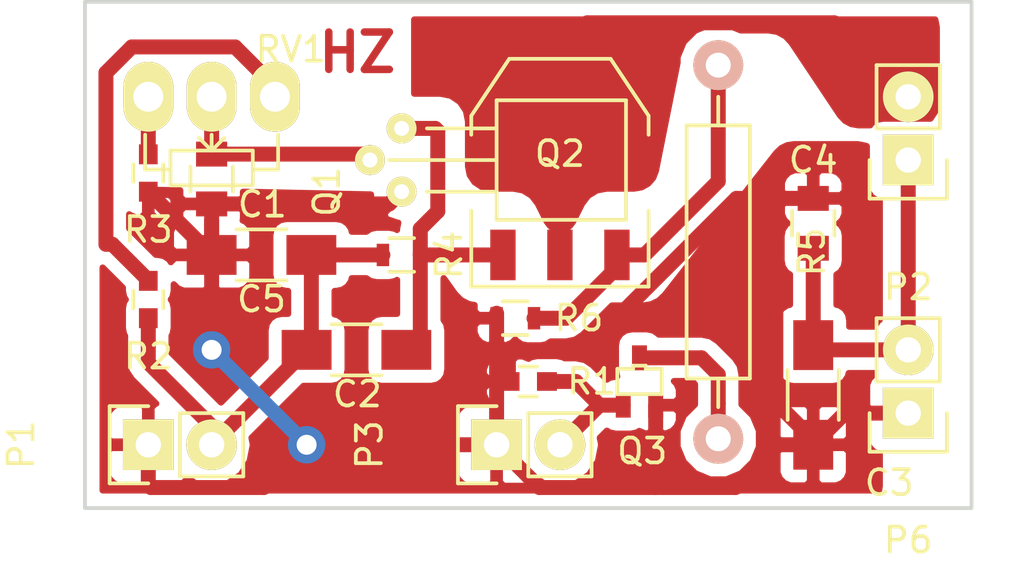
<source format=kicad_pcb>
(kicad_pcb (version 20160815) (host pcbnew "(2016-10-23 revision 4ee344e15)-master")

  (general
    (links 32)
    (no_connects 0)
    (area 62.154999 43.104999 97.865001 63.575001)
    (thickness 1.6)
    (drawings 5)
    (tracks 96)
    (zones 0)
    (modules 19)
    (nets 12)
  )

  (page A4)
  (layers
    (0 F.Cu signal)
    (31 B.Cu signal)
    (32 B.Adhes user)
    (33 F.Adhes user)
    (34 B.Paste user)
    (35 F.Paste user)
    (36 B.SilkS user)
    (37 F.SilkS user)
    (38 B.Mask user)
    (39 F.Mask user)
    (40 Dwgs.User user)
    (41 Cmts.User user)
    (42 Eco1.User user)
    (43 Eco2.User user)
    (44 Edge.Cuts user)
    (45 Margin user)
    (46 B.CrtYd user)
    (47 F.CrtYd user)
    (48 B.Fab user)
    (49 F.Fab user)
  )

  (setup
    (last_trace_width 0.6)
    (trace_clearance 0.3)
    (zone_clearance 0.508)
    (zone_45_only no)
    (trace_min 0.2)
    (segment_width 0.2)
    (edge_width 0.15)
    (via_size 1.5)
    (via_drill 0.8)
    (via_min_size 0.4)
    (via_min_drill 0.3)
    (uvia_size 0.3)
    (uvia_drill 0.1)
    (uvias_allowed no)
    (uvia_min_size 0.2)
    (uvia_min_drill 0.1)
    (pcb_text_width 0.3)
    (pcb_text_size 1.5 1.5)
    (mod_edge_width 0.15)
    (mod_text_size 1 1)
    (mod_text_width 0.15)
    (pad_size 1.2 1.2)
    (pad_drill 0.6)
    (pad_to_mask_clearance 0.2)
    (aux_axis_origin 0 0)
    (visible_elements FFFFFF7F)
    (pcbplotparams
      (layerselection 0x00000_7fffffff)
      (usegerberextensions false)
      (excludeedgelayer true)
      (linewidth 0.100000)
      (plotframeref false)
      (viasonmask false)
      (mode 1)
      (useauxorigin false)
      (hpglpennumber 1)
      (hpglpenspeed 20)
      (hpglpendiameter 15)
      (psnegative true)
      (psa4output false)
      (plotreference true)
      (plotvalue true)
      (plotinvisibletext false)
      (padsonsilk false)
      (subtractmaskfromsilk false)
      (outputformat 4)
      (mirror true)
      (drillshape 1)
      (scaleselection 1)
      (outputdirectory ""))
  )

  (net 0 "")
  (net 1 "Net-(C1-Pad1)")
  (net 2 GND)
  (net 3 +12V)
  (net 4 +5V)
  (net 5 "Net-(Q3-Pad3)")
  (net 6 "Net-(R2-Pad2)")
  (net 7 "Net-(R3-Pad1)")
  (net 8 "Net-(P3-Pad2)")
  (net 9 "Net-(C2-Pad2)")
  (net 10 "Net-(Q2-Pad3)")
  (net 11 /LaserOut)

  (net_class Default "This is the default net class."
    (clearance 0.3)
    (trace_width 0.6)
    (via_dia 1.5)
    (via_drill 0.8)
    (uvia_dia 0.3)
    (uvia_drill 0.1)
    (diff_pair_gap 0.25)
    (diff_pair_width 0.2)
    (add_net +12V)
    (add_net +5V)
    (add_net /LaserOut)
    (add_net GND)
    (add_net "Net-(C1-Pad1)")
    (add_net "Net-(C2-Pad2)")
    (add_net "Net-(P3-Pad2)")
    (add_net "Net-(Q2-Pad3)")
    (add_net "Net-(Q3-Pad3)")
    (add_net "Net-(R2-Pad2)")
    (add_net "Net-(R3-Pad1)")
  )

  (module Capacitors_SMD:C_0805 (layer F.Cu) (tedit 5415D6EA) (tstamp 5876B616)
    (at 67.31 50.292 270)
    (descr "Capacitor SMD 0805, reflow soldering, AVX (see smccp.pdf)")
    (tags "capacitor 0805")
    (path /5873124A)
    (attr smd)
    (fp_text reference C1 (at 1.016 -2.032) (layer F.SilkS)
      (effects (font (size 1 1) (thickness 0.15)))
    )
    (fp_text value 100n (at 0 2.1 270) (layer F.Fab)
      (effects (font (size 1 1) (thickness 0.15)))
    )
    (fp_line (start -1.8 -1) (end 1.8 -1) (layer F.CrtYd) (width 0.05))
    (fp_line (start -1.8 1) (end 1.8 1) (layer F.CrtYd) (width 0.05))
    (fp_line (start -1.8 -1) (end -1.8 1) (layer F.CrtYd) (width 0.05))
    (fp_line (start 1.8 -1) (end 1.8 1) (layer F.CrtYd) (width 0.05))
    (fp_line (start 0.5 -0.85) (end -0.5 -0.85) (layer F.SilkS) (width 0.15))
    (fp_line (start -0.5 0.85) (end 0.5 0.85) (layer F.SilkS) (width 0.15))
    (pad 1 smd rect (at -1 0 270) (size 1 1.25) (layers F.Cu F.Paste F.Mask)
      (net 1 "Net-(C1-Pad1)"))
    (pad 2 smd rect (at 1 0 270) (size 1 1.25) (layers F.Cu F.Paste F.Mask)
      (net 2 GND))
    (model Capacitors_SMD.3dshapes/C_0805.wrl
      (at (xyz 0 0 0))
      (scale (xyz 1 1 1))
      (rotate (xyz 0 0 0))
    )
  )

  (module Pin_Headers:Pin_Header_Straight_1x02 (layer F.Cu) (tedit 54EA090C) (tstamp 5876B633)
    (at 64.77 60.96 90)
    (descr "Through hole pin header")
    (tags "pin header")
    (path /5874081A)
    (fp_text reference P1 (at 0 -5.1 90) (layer F.SilkS)
      (effects (font (size 1 1) (thickness 0.15)))
    )
    (fp_text value 5V-in (at -3.81 1.27 180) (layer F.Fab)
      (effects (font (size 1 1) (thickness 0.15)))
    )
    (fp_line (start -1.27 3.81) (end 1.27 3.81) (layer F.SilkS) (width 0.15))
    (fp_line (start -1.27 1.27) (end -1.27 3.81) (layer F.SilkS) (width 0.15))
    (fp_line (start -1.55 -1.55) (end 1.55 -1.55) (layer F.SilkS) (width 0.15))
    (fp_line (start -1.55 0) (end -1.55 -1.55) (layer F.SilkS) (width 0.15))
    (fp_line (start 1.27 1.27) (end -1.27 1.27) (layer F.SilkS) (width 0.15))
    (fp_line (start -1.75 4.3) (end 1.75 4.3) (layer F.CrtYd) (width 0.05))
    (fp_line (start -1.75 -1.75) (end 1.75 -1.75) (layer F.CrtYd) (width 0.05))
    (fp_line (start 1.75 -1.75) (end 1.75 4.3) (layer F.CrtYd) (width 0.05))
    (fp_line (start -1.75 -1.75) (end -1.75 4.3) (layer F.CrtYd) (width 0.05))
    (fp_line (start 1.55 -1.55) (end 1.55 0) (layer F.SilkS) (width 0.15))
    (fp_line (start 1.27 1.27) (end 1.27 3.81) (layer F.SilkS) (width 0.15))
    (pad 2 thru_hole oval (at 0 2.54 90) (size 2.032 2.032) (drill 1.016) (layers *.Cu *.Mask F.SilkS)
      (net 4 +5V))
    (pad 1 thru_hole rect (at 0 0 90) (size 2.032 2.032) (drill 1.016) (layers *.Cu *.Mask F.SilkS)
      (net 2 GND))
    (model Pin_Headers.3dshapes/Pin_Header_Straight_1x02.wrl
      (at (xyz 0 -0.05 0))
      (scale (xyz 1 1 1))
      (rotate (xyz 0 0 90))
    )
  )

  (module Pin_Headers:Pin_Header_Straight_1x02 (layer F.Cu) (tedit 54EA090C) (tstamp 5876B644)
    (at 95.25 49.53 180)
    (descr "Through hole pin header")
    (tags "pin header")
    (path /58732D1D)
    (fp_text reference P2 (at 0 -5.1 180) (layer F.SilkS)
      (effects (font (size 1 1) (thickness 0.15)))
    )
    (fp_text value Laser (at -3.81 1.27 270) (layer F.Fab)
      (effects (font (size 1 1) (thickness 0.15)))
    )
    (fp_line (start 1.27 1.27) (end 1.27 3.81) (layer F.SilkS) (width 0.15))
    (fp_line (start 1.55 -1.55) (end 1.55 0) (layer F.SilkS) (width 0.15))
    (fp_line (start -1.75 -1.75) (end -1.75 4.3) (layer F.CrtYd) (width 0.05))
    (fp_line (start 1.75 -1.75) (end 1.75 4.3) (layer F.CrtYd) (width 0.05))
    (fp_line (start -1.75 -1.75) (end 1.75 -1.75) (layer F.CrtYd) (width 0.05))
    (fp_line (start -1.75 4.3) (end 1.75 4.3) (layer F.CrtYd) (width 0.05))
    (fp_line (start 1.27 1.27) (end -1.27 1.27) (layer F.SilkS) (width 0.15))
    (fp_line (start -1.55 0) (end -1.55 -1.55) (layer F.SilkS) (width 0.15))
    (fp_line (start -1.55 -1.55) (end 1.55 -1.55) (layer F.SilkS) (width 0.15))
    (fp_line (start -1.27 1.27) (end -1.27 3.81) (layer F.SilkS) (width 0.15))
    (fp_line (start -1.27 3.81) (end 1.27 3.81) (layer F.SilkS) (width 0.15))
    (pad 1 thru_hole rect (at 0 0 180) (size 2.032 2.032) (drill 1.016) (layers *.Cu *.Mask F.SilkS)
      (net 3 +12V))
    (pad 2 thru_hole oval (at 0 2.54 180) (size 2.032 2.032) (drill 1.016) (layers *.Cu *.Mask F.SilkS)
      (net 11 /LaserOut))
    (model Pin_Headers.3dshapes/Pin_Header_Straight_1x02.wrl
      (at (xyz 0 -0.05 0))
      (scale (xyz 1 1 1))
      (rotate (xyz 0 0 90))
    )
  )

  (module TO_SOT_Packages_SMD:SOT-323 (layer F.Cu) (tedit 0) (tstamp 5876B716)
    (at 84.47024 58.42 180)
    (tags "SMD SOT")
    (path /5873E738)
    (attr smd)
    (fp_text reference Q3 (at -0.11176 -2.794 180) (layer F.SilkS)
      (effects (font (size 1 1) (thickness 0.15)))
    )
    (fp_text value MTM232270 (at 0 0 180) (layer F.Fab)
      (effects (font (size 1 1) (thickness 0.15)))
    )
    (fp_line (start 0.254 0.508) (end 0.889 0.508) (layer F.SilkS) (width 0.15))
    (fp_line (start 0.889 0.508) (end 0.889 -0.508) (layer F.SilkS) (width 0.15))
    (fp_line (start -0.889 -0.508) (end -0.889 0.508) (layer F.SilkS) (width 0.15))
    (fp_line (start -0.889 0.508) (end -0.254 0.508) (layer F.SilkS) (width 0.15))
    (fp_line (start 0.254 0.635) (end 0.254 0.508) (layer F.SilkS) (width 0.15))
    (fp_line (start -0.254 0.508) (end -0.254 0.635) (layer F.SilkS) (width 0.15))
    (fp_line (start 0.889 -0.508) (end -0.889 -0.508) (layer F.SilkS) (width 0.15))
    (fp_line (start -0.254 0.635) (end 0.254 0.635) (layer F.SilkS) (width 0.15))
    (pad 2 smd rect (at -0.65024 -0.94996 180) (size 0.59944 1.00076) (layers F.Cu F.Paste F.Mask)
      (net 2 GND))
    (pad 1 smd rect (at 0.65024 -0.94996 180) (size 0.59944 1.00076) (layers F.Cu F.Paste F.Mask)
      (net 8 "Net-(P3-Pad2)"))
    (pad 3 smd rect (at 0 0.94996 180) (size 0.59944 1.00076) (layers F.Cu F.Paste F.Mask)
      (net 5 "Net-(Q3-Pad3)"))
    (model TO_SOT_Packages_SMD.3dshapes/SOT-323.wrl
      (at (xyz 0 0 0.001))
      (scale (xyz 0.3937 0.3937 0.3937))
      (rotate (xyz 0 0 0))
    )
  )

  (module Capacitors_SMD:C_0603 (layer F.Cu) (tedit 5415D631) (tstamp 5876B732)
    (at 64.77 55.13 90)
    (descr "Capacitor SMD 0603, reflow soldering, AVX (see smccp.pdf)")
    (tags "capacitor 0603")
    (path /5873110F)
    (attr smd)
    (fp_text reference R2 (at -2.274 0 180) (layer F.SilkS)
      (effects (font (size 1 1) (thickness 0.15)))
    )
    (fp_text value R (at -0.496 1.524 90) (layer F.Fab)
      (effects (font (size 1 1) (thickness 0.15)))
    )
    (fp_line (start -1.45 -0.75) (end 1.45 -0.75) (layer F.CrtYd) (width 0.05))
    (fp_line (start -1.45 0.75) (end 1.45 0.75) (layer F.CrtYd) (width 0.05))
    (fp_line (start -1.45 -0.75) (end -1.45 0.75) (layer F.CrtYd) (width 0.05))
    (fp_line (start 1.45 -0.75) (end 1.45 0.75) (layer F.CrtYd) (width 0.05))
    (fp_line (start -0.35 -0.6) (end 0.35 -0.6) (layer F.SilkS) (width 0.15))
    (fp_line (start 0.35 0.6) (end -0.35 0.6) (layer F.SilkS) (width 0.15))
    (pad 1 smd rect (at -0.75 0 90) (size 0.8 0.75) (layers F.Cu F.Paste F.Mask)
      (net 4 +5V))
    (pad 2 smd rect (at 0.75 0 90) (size 0.8 0.75) (layers F.Cu F.Paste F.Mask)
      (net 6 "Net-(R2-Pad2)"))
    (model Capacitors_SMD.3dshapes/C_0603.wrl
      (at (xyz 0 0 0))
      (scale (xyz 1 1 1))
      (rotate (xyz 0 0 0))
    )
  )

  (module Capacitors_SMD:C_0603 (layer F.Cu) (tedit 5415D631) (tstamp 5876B73E)
    (at 64.77 50.05 270)
    (descr "Capacitor SMD 0603, reflow soldering, AVX (see smccp.pdf)")
    (tags "capacitor 0603")
    (path /587310D6)
    (attr smd)
    (fp_text reference R3 (at 2.274 0) (layer F.SilkS)
      (effects (font (size 1 1) (thickness 0.15)))
    )
    (fp_text value R (at 0 1.9 270) (layer F.Fab)
      (effects (font (size 1 1) (thickness 0.15)))
    )
    (fp_line (start 0.35 0.6) (end -0.35 0.6) (layer F.SilkS) (width 0.15))
    (fp_line (start -0.35 -0.6) (end 0.35 -0.6) (layer F.SilkS) (width 0.15))
    (fp_line (start 1.45 -0.75) (end 1.45 0.75) (layer F.CrtYd) (width 0.05))
    (fp_line (start -1.45 -0.75) (end -1.45 0.75) (layer F.CrtYd) (width 0.05))
    (fp_line (start -1.45 0.75) (end 1.45 0.75) (layer F.CrtYd) (width 0.05))
    (fp_line (start -1.45 -0.75) (end 1.45 -0.75) (layer F.CrtYd) (width 0.05))
    (pad 2 smd rect (at 0.75 0 270) (size 0.8 0.75) (layers F.Cu F.Paste F.Mask)
      (net 2 GND))
    (pad 1 smd rect (at -0.75 0 270) (size 0.8 0.75) (layers F.Cu F.Paste F.Mask)
      (net 7 "Net-(R3-Pad1)"))
    (model Capacitors_SMD.3dshapes/C_0603.wrl
      (at (xyz 0 0 0))
      (scale (xyz 1 1 1))
      (rotate (xyz 0 0 0))
    )
  )

  (module Resistors_SMD:R_0603 (layer F.Cu) (tedit 5415CC62) (tstamp 5876B74A)
    (at 74.93 53.34)
    (descr "Resistor SMD 0603, reflow soldering, Vishay (see dcrcw.pdf)")
    (tags "resistor 0603")
    (path /587312B7)
    (attr smd)
    (fp_text reference R4 (at 1.905 0 90) (layer F.SilkS)
      (effects (font (size 1 1) (thickness 0.15)))
    )
    (fp_text value 100 (at 0 1.9) (layer F.Fab)
      (effects (font (size 1 1) (thickness 0.15)))
    )
    (fp_line (start -1.3 -0.8) (end 1.3 -0.8) (layer F.CrtYd) (width 0.05))
    (fp_line (start -1.3 0.8) (end 1.3 0.8) (layer F.CrtYd) (width 0.05))
    (fp_line (start -1.3 -0.8) (end -1.3 0.8) (layer F.CrtYd) (width 0.05))
    (fp_line (start 1.3 -0.8) (end 1.3 0.8) (layer F.CrtYd) (width 0.05))
    (fp_line (start 0.5 0.675) (end -0.5 0.675) (layer F.SilkS) (width 0.15))
    (fp_line (start -0.5 -0.675) (end 0.5 -0.675) (layer F.SilkS) (width 0.15))
    (pad 1 smd rect (at -0.75 0) (size 0.5 0.9) (layers F.Cu F.Paste F.Mask)
      (net 4 +5V))
    (pad 2 smd rect (at 0.75 0) (size 0.5 0.9) (layers F.Cu F.Paste F.Mask)
      (net 9 "Net-(C2-Pad2)"))
    (model Resistors_SMD.3dshapes/R_0603.wrl
      (at (xyz 0 0 0))
      (scale (xyz 1 1 1))
      (rotate (xyz 0 0 0))
    )
  )

  (module Resistors_ThroughHole:Resistor_Horizontal_RM15mm (layer F.Cu) (tedit 569FCEE8) (tstamp 5876B75A)
    (at 87.63 45.72 270)
    (descr "Resistor, Axial, RM 15mm,")
    (tags "Resistor Axial RM 15mm")
    (path /58731CFB)
    (fp_text reference R5 (at 7.5 -3.74904 270) (layer F.SilkS)
      (effects (font (size 1 1) (thickness 0.15)))
    )
    (fp_text value 4R7 (at 7.5 4.0005 270) (layer F.Fab)
      (effects (font (size 1 1) (thickness 0.15)))
    )
    (fp_line (start -1.25 1.5) (end -1.25 -1.5) (layer F.CrtYd) (width 0.05))
    (fp_line (start -1.25 -1.5) (end 16.25 -1.5) (layer F.CrtYd) (width 0.05))
    (fp_line (start 16.25 -1.5) (end 16.25 1.5) (layer F.CrtYd) (width 0.05))
    (fp_line (start 16.25 1.5) (end -1.25 1.5) (layer F.CrtYd) (width 0.05))
    (fp_line (start 2.42 -1.27) (end 2.42 1.27) (layer F.SilkS) (width 0.15))
    (fp_line (start 2.42 1.27) (end 12.58 1.27) (layer F.SilkS) (width 0.15))
    (fp_line (start 12.58 1.27) (end 12.58 -1.27) (layer F.SilkS) (width 0.15))
    (fp_line (start 12.58 -1.27) (end 2.42 -1.27) (layer F.SilkS) (width 0.15))
    (fp_line (start 13.73 0) (end 12.58 0) (layer F.SilkS) (width 0.15))
    (fp_line (start 1.27 0) (end 2.42 0) (layer F.SilkS) (width 0.15))
    (pad 1 thru_hole circle (at 0 0 270) (size 1.99898 1.99898) (drill 1.00076) (layers *.Cu *.SilkS *.Mask)
      (net 10 "Net-(Q2-Pad3)"))
    (pad 2 thru_hole circle (at 15 0 270) (size 1.99898 1.99898) (drill 1.00076) (layers *.Cu *.SilkS *.Mask)
      (net 5 "Net-(Q3-Pad3)"))
    (model Resistors_ThroughHole.3dshapes/Resistor_Horizontal_RM15mm.wrl
      (at (xyz 0.295 0 0))
      (scale (xyz 0.395 0.4 0.4))
      (rotate (xyz 0 0 0))
    )
  )

  (module Potentiometers:Potentiometer_WirePads_Small (layer F.Cu) (tedit 5875CB59) (tstamp 5876B77C)
    (at 69.85 46.99 270)
    (descr "Potentiometer, Wire Pads only, small, RevA, 02 Aug 2010,")
    (tags "Potentiometer, Wire Pads only, small, RevA, 02 Aug 2010,")
    (path /58731088)
    (fp_text reference RV1 (at -1.905 -0.635) (layer F.SilkS)
      (effects (font (size 1 1) (thickness 0.15)))
    )
    (fp_text value POT (at -2.54 2.54) (layer F.Fab)
      (effects (font (size 1 1) (thickness 0.15)))
    )
    (fp_line (start 2.921 4.191) (end 2.921 5.207) (layer F.SilkS) (width 0.15))
    (fp_line (start 2.921 5.207) (end 1.524 5.207) (layer F.SilkS) (width 0.15))
    (fp_line (start 2.921 0.889) (end 2.921 -0.127) (layer F.SilkS) (width 0.15))
    (fp_line (start 2.921 -0.127) (end 1.524 -0.127) (layer F.SilkS) (width 0.15))
    (fp_line (start 2.159 2.54) (end 1.524 2.54) (layer F.SilkS) (width 0.15))
    (fp_line (start 2.159 2.54) (end 1.651 3.048) (layer F.SilkS) (width 0.15))
    (fp_line (start 2.159 2.54) (end 1.651 2.032) (layer F.SilkS) (width 0.15))
    (fp_line (start 2.159 0.889) (end 3.556 0.889) (layer F.SilkS) (width 0.15))
    (fp_line (start 3.556 0.889) (end 3.556 4.191) (layer F.SilkS) (width 0.15))
    (fp_line (start 3.556 4.191) (end 2.159 4.191) (layer F.SilkS) (width 0.15))
    (fp_line (start 2.159 4.191) (end 2.159 0.889) (layer F.SilkS) (width 0.15))
    (pad 2 thru_hole oval (at 0 2.54 270) (size 2.8 1.99898) (drill 1.19888) (layers *.Cu *.Mask F.SilkS)
      (net 1 "Net-(C1-Pad1)"))
    (pad 3 thru_hole oval (at 0 5.08 270) (size 2.8 1.99898) (drill 1.19888) (layers *.Cu *.Mask F.SilkS)
      (net 7 "Net-(R3-Pad1)"))
    (pad 1 thru_hole oval (at 0 0 270) (size 2.8 1.99898) (drill 1.19888) (layers *.Cu *.Mask F.SilkS)
      (net 6 "Net-(R2-Pad2)"))
  )

  (module Pin_Headers:Pin_Header_Straight_1x02 (layer F.Cu) (tedit 54EA090C) (tstamp 5876F6E3)
    (at 78.74 60.96 90)
    (descr "Through hole pin header")
    (tags "pin header")
    (path /5875D2D5)
    (fp_text reference P3 (at 0 -5.1 90) (layer F.SilkS)
      (effects (font (size 1 1) (thickness 0.15)))
    )
    (fp_text value DATA (at 0 -3.1 90) (layer F.Fab)
      (effects (font (size 1 1) (thickness 0.15)))
    )
    (fp_line (start 1.27 1.27) (end 1.27 3.81) (layer F.SilkS) (width 0.15))
    (fp_line (start 1.55 -1.55) (end 1.55 0) (layer F.SilkS) (width 0.15))
    (fp_line (start -1.75 -1.75) (end -1.75 4.3) (layer F.CrtYd) (width 0.05))
    (fp_line (start 1.75 -1.75) (end 1.75 4.3) (layer F.CrtYd) (width 0.05))
    (fp_line (start -1.75 -1.75) (end 1.75 -1.75) (layer F.CrtYd) (width 0.05))
    (fp_line (start -1.75 4.3) (end 1.75 4.3) (layer F.CrtYd) (width 0.05))
    (fp_line (start 1.27 1.27) (end -1.27 1.27) (layer F.SilkS) (width 0.15))
    (fp_line (start -1.55 0) (end -1.55 -1.55) (layer F.SilkS) (width 0.15))
    (fp_line (start -1.55 -1.55) (end 1.55 -1.55) (layer F.SilkS) (width 0.15))
    (fp_line (start -1.27 1.27) (end -1.27 3.81) (layer F.SilkS) (width 0.15))
    (fp_line (start -1.27 3.81) (end 1.27 3.81) (layer F.SilkS) (width 0.15))
    (pad 1 thru_hole rect (at 0 0 90) (size 2.032 2.032) (drill 1.016) (layers *.Cu *.Mask F.SilkS)
      (net 2 GND))
    (pad 2 thru_hole oval (at 0 2.54 90) (size 2.032 2.032) (drill 1.016) (layers *.Cu *.Mask F.SilkS)
      (net 8 "Net-(P3-Pad2)"))
    (model Pin_Headers.3dshapes/Pin_Header_Straight_1x02.wrl
      (at (xyz 0 -0.05 0))
      (scale (xyz 1 1 1))
      (rotate (xyz 0 0 90))
    )
  )

  (module Pin_Headers:Pin_Header_Straight_1x02 (layer F.Cu) (tedit 54EA090C) (tstamp 5876F6F4)
    (at 95.25 59.69 180)
    (descr "Through hole pin header")
    (tags "pin header")
    (path /5874032A)
    (fp_text reference P6 (at 0 -5.1 180) (layer F.SilkS)
      (effects (font (size 1 1) (thickness 0.15)))
    )
    (fp_text value 12V-in (at -3.81 1.27 270) (layer F.Fab)
      (effects (font (size 1 1) (thickness 0.15)))
    )
    (fp_line (start 1.27 1.27) (end 1.27 3.81) (layer F.SilkS) (width 0.15))
    (fp_line (start 1.55 -1.55) (end 1.55 0) (layer F.SilkS) (width 0.15))
    (fp_line (start -1.75 -1.75) (end -1.75 4.3) (layer F.CrtYd) (width 0.05))
    (fp_line (start 1.75 -1.75) (end 1.75 4.3) (layer F.CrtYd) (width 0.05))
    (fp_line (start -1.75 -1.75) (end 1.75 -1.75) (layer F.CrtYd) (width 0.05))
    (fp_line (start -1.75 4.3) (end 1.75 4.3) (layer F.CrtYd) (width 0.05))
    (fp_line (start 1.27 1.27) (end -1.27 1.27) (layer F.SilkS) (width 0.15))
    (fp_line (start -1.55 0) (end -1.55 -1.55) (layer F.SilkS) (width 0.15))
    (fp_line (start -1.55 -1.55) (end 1.55 -1.55) (layer F.SilkS) (width 0.15))
    (fp_line (start -1.27 1.27) (end -1.27 3.81) (layer F.SilkS) (width 0.15))
    (fp_line (start -1.27 3.81) (end 1.27 3.81) (layer F.SilkS) (width 0.15))
    (pad 1 thru_hole rect (at 0 0 180) (size 2.032 2.032) (drill 1.016) (layers *.Cu *.Mask F.SilkS)
      (net 2 GND))
    (pad 2 thru_hole oval (at 0 2.54 180) (size 2.032 2.032) (drill 1.016) (layers *.Cu *.Mask F.SilkS)
      (net 3 +12V))
    (model Pin_Headers.3dshapes/Pin_Header_Straight_1x02.wrl
      (at (xyz 0 -0.05 0))
      (scale (xyz 1 1 1))
      (rotate (xyz 0 0 90))
    )
  )

  (module TO_SOT_Packages_SMD:SOT-223 (layer F.Cu) (tedit 5875A35B) (tstamp 5876F706)
    (at 81.28 50.038)
    (descr "module CMS SOT223 4 pins")
    (tags "CMS SOT")
    (path /5875A9E6)
    (attr smd)
    (fp_text reference Q2 (at 0 -0.762) (layer F.SilkS)
      (effects (font (size 1 1) (thickness 0.15)))
    )
    (fp_text value BCP5616Q (at 0 -5.588 180) (layer F.Fab)
      (effects (font (size 1 1) (thickness 0.15)))
    )
    (fp_line (start -3.556 1.524) (end -3.556 4.572) (layer F.SilkS) (width 0.15))
    (fp_line (start -3.556 4.572) (end 3.556 4.572) (layer F.SilkS) (width 0.15))
    (fp_line (start 3.556 4.572) (end 3.556 1.524) (layer F.SilkS) (width 0.15))
    (fp_line (start -3.556 -1.524) (end -3.556 -2.286) (layer F.SilkS) (width 0.15))
    (fp_line (start -3.556 -2.286) (end -2.032 -4.572) (layer F.SilkS) (width 0.15))
    (fp_line (start -2.032 -4.572) (end 2.032 -4.572) (layer F.SilkS) (width 0.15))
    (fp_line (start 2.032 -4.572) (end 3.556 -2.286) (layer F.SilkS) (width 0.15))
    (fp_line (start 3.556 -2.286) (end 3.556 -1.524) (layer F.SilkS) (width 0.15))
    (pad 2 smd rect (at 0 -3.302) (size 3.6576 2.032) (layers F.Cu F.Paste F.Mask)
      (net 11 /LaserOut))
    (pad 2 smd rect (at 0 3.302) (size 1.016 2.032) (layers F.Cu F.Paste F.Mask)
      (net 11 /LaserOut))
    (pad 3 smd rect (at 2.286 3.302) (size 1.016 2.032) (layers F.Cu F.Paste F.Mask)
      (net 10 "Net-(Q2-Pad3)"))
    (pad 1 smd rect (at -2.286 3.302) (size 1.016 2.032) (layers F.Cu F.Paste F.Mask)
      (net 9 "Net-(C2-Pad2)"))
    (model TO_SOT_Packages_SMD.3dshapes/SOT-223.wrl
      (at (xyz 0 0 0))
      (scale (xyz 0.4 0.4 0.4))
      (rotate (xyz 0 0 0))
    )
  )

  (module Capacitors_SMD:C_1206_HandSoldering (layer F.Cu) (tedit 541A9C03) (tstamp 58776ED3)
    (at 73.12 57.15)
    (descr "Capacitor SMD 1206, hand soldering")
    (tags "capacitor 1206")
    (path /587316D5)
    (attr smd)
    (fp_text reference C2 (at 0.032 1.778) (layer F.SilkS)
      (effects (font (size 1 1) (thickness 0.15)))
    )
    (fp_text value 10u (at 0 2.3) (layer F.Fab)
      (effects (font (size 1 1) (thickness 0.15)))
    )
    (fp_line (start -3.3 -1.15) (end 3.3 -1.15) (layer F.CrtYd) (width 0.05))
    (fp_line (start -3.3 1.15) (end 3.3 1.15) (layer F.CrtYd) (width 0.05))
    (fp_line (start -3.3 -1.15) (end -3.3 1.15) (layer F.CrtYd) (width 0.05))
    (fp_line (start 3.3 -1.15) (end 3.3 1.15) (layer F.CrtYd) (width 0.05))
    (fp_line (start 1 -1.025) (end -1 -1.025) (layer F.SilkS) (width 0.15))
    (fp_line (start -1 1.025) (end 1 1.025) (layer F.SilkS) (width 0.15))
    (pad 1 smd rect (at -2 0) (size 2 1.6) (layers F.Cu F.Paste F.Mask)
      (net 4 +5V))
    (pad 2 smd rect (at 2 0) (size 2 1.6) (layers F.Cu F.Paste F.Mask)
      (net 9 "Net-(C2-Pad2)"))
    (model Capacitors_SMD.3dshapes/C_1206_HandSoldering.wrl
      (at (xyz 0 0 0))
      (scale (xyz 1 1 1))
      (rotate (xyz 0 0 0))
    )
  )

  (module Capacitors_SMD:C_1206_HandSoldering (layer F.Cu) (tedit 541A9C03) (tstamp 58776EE9)
    (at 91.44 58.96 270)
    (descr "Capacitor SMD 1206, hand soldering")
    (tags "capacitor 1206")
    (path /5875BF49)
    (attr smd)
    (fp_text reference C3 (at 3.524 -3.048 180) (layer F.SilkS)
      (effects (font (size 1 1) (thickness 0.15)))
    )
    (fp_text value 10u (at 0 2.3 270) (layer F.Fab)
      (effects (font (size 1 1) (thickness 0.15)))
    )
    (fp_line (start -1 1.025) (end 1 1.025) (layer F.SilkS) (width 0.15))
    (fp_line (start 1 -1.025) (end -1 -1.025) (layer F.SilkS) (width 0.15))
    (fp_line (start 3.3 -1.15) (end 3.3 1.15) (layer F.CrtYd) (width 0.05))
    (fp_line (start -3.3 -1.15) (end -3.3 1.15) (layer F.CrtYd) (width 0.05))
    (fp_line (start -3.3 1.15) (end 3.3 1.15) (layer F.CrtYd) (width 0.05))
    (fp_line (start -3.3 -1.15) (end 3.3 -1.15) (layer F.CrtYd) (width 0.05))
    (pad 2 smd rect (at 2 0 270) (size 2 1.6) (layers F.Cu F.Paste F.Mask)
      (net 2 GND))
    (pad 1 smd rect (at -2 0 270) (size 2 1.6) (layers F.Cu F.Paste F.Mask)
      (net 3 +12V))
    (model Capacitors_SMD.3dshapes/C_1206_HandSoldering.wrl
      (at (xyz 0 0 0))
      (scale (xyz 1 1 1))
      (rotate (xyz 0 0 0))
    )
  )

  (module Capacitors_SMD:C_0805 (layer F.Cu) (tedit 5415D6EA) (tstamp 58776EF5)
    (at 91.44 52.07 90)
    (descr "Capacitor SMD 0805, reflow soldering, AVX (see smccp.pdf)")
    (tags "capacitor 0805")
    (path /5875BF9B)
    (attr smd)
    (fp_text reference C4 (at 2.54 0 180) (layer F.SilkS)
      (effects (font (size 1 1) (thickness 0.15)))
    )
    (fp_text value 100n (at 0 2.1 90) (layer F.Fab)
      (effects (font (size 1 1) (thickness 0.15)))
    )
    (fp_line (start -1.8 -1) (end 1.8 -1) (layer F.CrtYd) (width 0.05))
    (fp_line (start -1.8 1) (end 1.8 1) (layer F.CrtYd) (width 0.05))
    (fp_line (start -1.8 -1) (end -1.8 1) (layer F.CrtYd) (width 0.05))
    (fp_line (start 1.8 -1) (end 1.8 1) (layer F.CrtYd) (width 0.05))
    (fp_line (start 0.5 -0.85) (end -0.5 -0.85) (layer F.SilkS) (width 0.15))
    (fp_line (start -0.5 0.85) (end 0.5 0.85) (layer F.SilkS) (width 0.15))
    (pad 1 smd rect (at -1 0 90) (size 1 1.25) (layers F.Cu F.Paste F.Mask)
      (net 3 +12V))
    (pad 2 smd rect (at 1 0 90) (size 1 1.25) (layers F.Cu F.Paste F.Mask)
      (net 2 GND))
    (model Capacitors_SMD.3dshapes/C_0805.wrl
      (at (xyz 0 0 0))
      (scale (xyz 1 1 1))
      (rotate (xyz 0 0 0))
    )
  )

  (module Capacitors_SMD:C_1206_HandSoldering (layer F.Cu) (tedit 541A9C03) (tstamp 58776F01)
    (at 69.31 53.34 180)
    (descr "Capacitor SMD 1206, hand soldering")
    (tags "capacitor 1206")
    (path /5875CAD8)
    (attr smd)
    (fp_text reference C5 (at 0 -1.778) (layer F.SilkS)
      (effects (font (size 1 1) (thickness 0.15)))
    )
    (fp_text value 10u (at 0 2.3 180) (layer F.Fab)
      (effects (font (size 1 1) (thickness 0.15)))
    )
    (fp_line (start -3.3 -1.15) (end 3.3 -1.15) (layer F.CrtYd) (width 0.05))
    (fp_line (start -3.3 1.15) (end 3.3 1.15) (layer F.CrtYd) (width 0.05))
    (fp_line (start -3.3 -1.15) (end -3.3 1.15) (layer F.CrtYd) (width 0.05))
    (fp_line (start 3.3 -1.15) (end 3.3 1.15) (layer F.CrtYd) (width 0.05))
    (fp_line (start 1 -1.025) (end -1 -1.025) (layer F.SilkS) (width 0.15))
    (fp_line (start -1 1.025) (end 1 1.025) (layer F.SilkS) (width 0.15))
    (pad 1 smd rect (at -2 0 180) (size 2 1.6) (layers F.Cu F.Paste F.Mask)
      (net 4 +5V))
    (pad 2 smd rect (at 2 0 180) (size 2 1.6) (layers F.Cu F.Paste F.Mask)
      (net 2 GND))
    (model Capacitors_SMD.3dshapes/C_1206_HandSoldering.wrl
      (at (xyz 0 0 0))
      (scale (xyz 1 1 1))
      (rotate (xyz 0 0 0))
    )
  )

  (module Resistors_SMD:R_0603 (layer F.Cu) (tedit 5415CC62) (tstamp 587776E7)
    (at 79.49 55.88 180)
    (descr "Resistor SMD 0603, reflow soldering, Vishay (see dcrcw.pdf)")
    (tags "resistor 0603")
    (path /58731D7E)
    (attr smd)
    (fp_text reference R6 (at -2.552 0 180) (layer F.SilkS)
      (effects (font (size 1 1) (thickness 0.15)))
    )
    (fp_text value 470 (at 0 1.9 180) (layer F.Fab)
      (effects (font (size 1 1) (thickness 0.15)))
    )
    (fp_line (start -1.3 -0.8) (end 1.3 -0.8) (layer F.CrtYd) (width 0.05))
    (fp_line (start -1.3 0.8) (end 1.3 0.8) (layer F.CrtYd) (width 0.05))
    (fp_line (start -1.3 -0.8) (end -1.3 0.8) (layer F.CrtYd) (width 0.05))
    (fp_line (start 1.3 -0.8) (end 1.3 0.8) (layer F.CrtYd) (width 0.05))
    (fp_line (start 0.5 0.675) (end -0.5 0.675) (layer F.SilkS) (width 0.15))
    (fp_line (start -0.5 -0.675) (end 0.5 -0.675) (layer F.SilkS) (width 0.15))
    (pad 1 smd rect (at -0.75 0 180) (size 0.5 0.9) (layers F.Cu F.Paste F.Mask)
      (net 10 "Net-(Q2-Pad3)"))
    (pad 2 smd rect (at 0.75 0 180) (size 0.5 0.9) (layers F.Cu F.Paste F.Mask)
      (net 2 GND))
    (model Resistors_SMD.3dshapes/R_0603.wrl
      (at (xyz 0 0 0))
      (scale (xyz 1 1 1))
      (rotate (xyz 0 0 0))
    )
  )

  (module Capacitors_SMD:C_0603 (layer F.Cu) (tedit 5415D631) (tstamp 5875C797)
    (at 80.01 58.42)
    (descr "Capacitor SMD 0603, reflow soldering, AVX (see smccp.pdf)")
    (tags "capacitor 0603")
    (path /5875CDC6)
    (attr smd)
    (fp_text reference R1 (at 2.54 0) (layer F.SilkS)
      (effects (font (size 1 1) (thickness 0.15)))
    )
    (fp_text value 100k (at 0 1.9) (layer F.Fab)
      (effects (font (size 1 1) (thickness 0.15)))
    )
    (fp_line (start -1.45 -0.75) (end 1.45 -0.75) (layer F.CrtYd) (width 0.05))
    (fp_line (start -1.45 0.75) (end 1.45 0.75) (layer F.CrtYd) (width 0.05))
    (fp_line (start -1.45 -0.75) (end -1.45 0.75) (layer F.CrtYd) (width 0.05))
    (fp_line (start 1.45 -0.75) (end 1.45 0.75) (layer F.CrtYd) (width 0.05))
    (fp_line (start -0.35 -0.6) (end 0.35 -0.6) (layer F.SilkS) (width 0.15))
    (fp_line (start 0.35 0.6) (end -0.35 0.6) (layer F.SilkS) (width 0.15))
    (pad 1 smd rect (at -0.75 0) (size 0.8 0.75) (layers F.Cu F.Paste F.Mask)
      (net 2 GND))
    (pad 2 smd rect (at 0.75 0) (size 0.8 0.75) (layers F.Cu F.Paste F.Mask)
      (net 8 "Net-(P3-Pad2)"))
    (model Capacitors_SMD.3dshapes/C_0603.wrl
      (at (xyz 0 0 0))
      (scale (xyz 1 1 1))
      (rotate (xyz 0 0 0))
    )
  )

  (module TO_SOT_Packages_THT:TO-92_Horizontal1_Molded_Narrow (layer F.Cu) (tedit 58766364) (tstamp 587677EB)
    (at 74.93 50.8 90)
    (descr "TO-92 horizontal, leads molded, narrow, drill 0.6mm (see NXP sot054_po.pdf)")
    (tags "to-92 sc-43 sc-43a sot54 PA33 transistor")
    (path /5875AB43)
    (fp_text reference Q1 (at 0 -3 90) (layer F.SilkS)
      (effects (font (size 1 1) (thickness 0.15)))
    )
    (fp_text value BC309 (at 0 11 270) (layer F.Fab)
      (effects (font (size 1 1) (thickness 0.15)))
    )
    (fp_line (start 0 1.016) (end 0 3.81) (layer F.SilkS) (width 0.15))
    (fp_line (start 1.27 -0.5) (end 1.27 3.81) (layer F.SilkS) (width 0.15))
    (fp_line (start 2.54 1.016) (end 2.54 3.81) (layer F.SilkS) (width 0.15))
    (fp_line (start -1.13 3.81) (end 3.67 3.81) (layer F.SilkS) (width 0.15))
    (fp_line (start 3.67 3.81) (end 3.67 9) (layer F.SilkS) (width 0.15))
    (fp_line (start 3.67 9) (end -1.13 9) (layer F.SilkS) (width 0.15))
    (fp_line (start -1.13 9) (end -1.13 3.81) (layer F.SilkS) (width 0.15))
    (fp_line (start -1.4 9.25) (end -1.4 -2.05) (layer F.CrtYd) (width 0.05))
    (fp_line (start -1.4 9.25) (end 3.95 9.25) (layer F.CrtYd) (width 0.05))
    (fp_line (start 3.95 9.25) (end 3.95 -2.05) (layer F.CrtYd) (width 0.05))
    (fp_line (start -1.4 -2.05) (end 3.95 -2.05) (layer F.CrtYd) (width 0.05))
    (pad 2 thru_hole circle (at 1.27 -1.27 180) (size 1.2 1.2) (drill 0.6) (layers *.Cu *.Mask F.SilkS)
      (net 1 "Net-(C1-Pad1)"))
    (pad 3 thru_hole circle (at 2.54 0 180) (size 1.2 1.2) (drill 0.6) (layers *.Cu *.Mask F.SilkS)
      (net 9 "Net-(C2-Pad2)"))
    (pad 1 thru_hole circle (at 0 0 180) (size 1.2 1.2) (drill 0.6) (layers *.Cu *.Mask F.SilkS)
      (net 2 GND))
    (model TO_SOT_Packages_THT.3dshapes/TO-92_Horizontal1_Molded_Narrow.wrl
      (at (xyz 0.05 0 0))
      (scale (xyz 1 1 1))
      (rotate (xyz 0 0 -90))
    )
  )

  (gr_text HZ (at 73.152 45.212) (layer F.Cu)
    (effects (font (size 1.5 1.5) (thickness 0.3)))
  )
  (gr_line (start 97.79 63.5) (end 97.79 43.18) (layer Edge.Cuts) (width 0.15))
  (gr_line (start 62.23 63.5) (end 97.79 63.5) (layer Edge.Cuts) (width 0.15))
  (gr_line (start 62.23 43.18) (end 62.23 63.5) (layer Edge.Cuts) (width 0.15))
  (gr_line (start 97.79 43.18) (end 62.23 43.18) (layer Edge.Cuts) (width 0.15))

  (segment (start 67.31 49.292) (end 73.422 49.292) (width 0.6) (layer F.Cu) (net 1))
  (segment (start 73.422 49.292) (end 73.66 49.53) (width 0.6) (layer F.Cu) (net 1))
  (segment (start 67.31 46.99) (end 67.31 49.292) (width 0.6) (layer F.Cu) (net 1))
  (segment (start 67.31 46.99) (end 67.31 47.39051) (width 0.6) (layer F.Cu) (net 1))
  (segment (start 67.31 51.292) (end 74.438 51.292) (width 0.6) (layer F.Cu) (net 2))
  (segment (start 74.438 51.292) (end 74.93 50.8) (width 0.6) (layer F.Cu) (net 2))
  (segment (start 67.31 53.34) (end 67.31 51.292) (width 0.6) (layer F.Cu) (net 2))
  (segment (start 67.31 51.94) (end 67.31 53.34) (width 0.6) (layer F.Cu) (net 2))
  (segment (start 78.74 57.15) (end 78.74 58.42) (width 0.6) (layer F.Cu) (net 2))
  (segment (start 78.74 58.42) (end 78.74 60.96) (width 0.6) (layer F.Cu) (net 2))
  (segment (start 79.26 58.42) (end 78.74 58.42) (width 0.6) (layer F.Cu) (net 2))
  (segment (start 64.77 60.96) (end 64.77 62.576) (width 0.6) (layer F.Cu) (net 2))
  (segment (start 64.77 62.576) (end 64.870001 62.676001) (width 0.6) (layer F.Cu) (net 2))
  (segment (start 64.870001 62.676001) (end 69.403999 62.676001) (width 0.6) (layer F.Cu) (net 2))
  (segment (start 69.403999 62.676001) (end 70.370001 61.709999) (width 0.6) (layer F.Cu) (net 2))
  (segment (start 70.370001 61.709999) (end 71.12 60.96) (width 0.6) (layer F.Cu) (net 2))
  (segment (start 71.12 60.96) (end 78.74 60.96) (width 0.6) (layer F.Cu) (net 2))
  (segment (start 67.31 57.15) (end 71.12 60.96) (width 0.6) (layer B.Cu) (net 2))
  (via (at 71.12 60.96) (size 1.5) (drill 0.8) (layers F.Cu B.Cu) (net 2))
  (segment (start 67.31 56.63) (end 67.31 57.15) (width 0.6) (layer F.Cu) (net 2))
  (via (at 67.31 57.15) (size 1.5) (drill 0.8) (layers F.Cu B.Cu) (net 2))
  (segment (start 64.77 50.8) (end 67.31 53.34) (width 0.6) (layer F.Cu) (net 2))
  (segment (start 91.44 51.07) (end 90.215 51.07) (width 0.6) (layer F.Cu) (net 2))
  (segment (start 90.215 51.07) (end 89.939999 51.345001) (width 0.6) (layer F.Cu) (net 2))
  (segment (start 89.939999 51.345001) (end 89.939999 59.259999) (width 0.6) (layer F.Cu) (net 2))
  (segment (start 89.939999 59.259999) (end 91.44 60.76) (width 0.6) (layer F.Cu) (net 2))
  (segment (start 91.44 60.76) (end 91.44 60.96) (width 0.6) (layer F.Cu) (net 2))
  (segment (start 88.323999 62.676001) (end 85.09 62.676001) (width 0.6) (layer F.Cu) (net 2))
  (segment (start 85.09 62.676001) (end 80.456001 62.676001) (width 0.6) (layer F.Cu) (net 2))
  (segment (start 85.12048 59.36996) (end 85.12048 62.645521) (width 0.6) (layer F.Cu) (net 2))
  (segment (start 85.12048 62.645521) (end 85.09 62.676001) (width 0.6) (layer F.Cu) (net 2))
  (segment (start 78.74 55.88) (end 78.74 57.15) (width 0.6) (layer F.Cu) (net 2))
  (segment (start 91.44 51.07) (end 88.358227 51.07) (width 0.6) (layer F.Cu) (net 2))
  (segment (start 88.358227 51.07) (end 82.278227 57.15) (width 0.6) (layer F.Cu) (net 2))
  (segment (start 82.278227 57.15) (end 78.74 57.15) (width 0.6) (layer F.Cu) (net 2))
  (segment (start 95.25 59.69) (end 92.71 59.69) (width 0.6) (layer F.Cu) (net 2))
  (segment (start 92.71 59.69) (end 91.44 60.96) (width 0.6) (layer F.Cu) (net 2))
  (segment (start 80.256001 62.476001) (end 80.01 62.23) (width 0.6) (layer F.Cu) (net 2))
  (segment (start 80.01 62.23) (end 78.74 60.96) (width 0.6) (layer F.Cu) (net 2))
  (segment (start 91.44 60.96) (end 90.04 60.96) (width 0.6) (layer F.Cu) (net 2))
  (segment (start 90.04 60.96) (end 88.323999 62.676001) (width 0.6) (layer F.Cu) (net 2))
  (segment (start 80.456001 62.676001) (end 80.01 62.23) (width 0.6) (layer F.Cu) (net 2))
  (segment (start 74.93 50.8) (end 75.23099 50.8) (width 0.6) (layer F.Cu) (net 2))
  (segment (start 78.74 55.68) (end 78.74 55.88) (width 0.6) (layer F.Cu) (net 2))
  (segment (start 67.31 53.34) (end 67.51 53.34) (width 0.6) (layer F.Cu) (net 2))
  (segment (start 67.31 53.34) (end 67.31 56.63) (width 0.6) (layer F.Cu) (net 2))
  (segment (start 91.44 56.96) (end 91.44 53.07) (width 0.6) (layer F.Cu) (net 3))
  (segment (start 95.25 57.15) (end 91.63 57.15) (width 0.6) (layer F.Cu) (net 3))
  (segment (start 91.63 57.15) (end 91.44 56.96) (width 0.6) (layer F.Cu) (net 3))
  (segment (start 95.25 49.53) (end 95.25 57.15) (width 0.6) (layer F.Cu) (net 3))
  (segment (start 69.85 58.42) (end 67.31 60.96) (width 0.6) (layer F.Cu) (net 4))
  (segment (start 71.12 57.15) (end 69.85 58.42) (width 0.6) (layer F.Cu) (net 4))
  (segment (start 64.77 55.88) (end 64.77 57.667998) (width 0.6) (layer F.Cu) (net 4))
  (segment (start 64.77 57.667998) (end 67.31 60.207998) (width 0.6) (layer F.Cu) (net 4))
  (segment (start 67.31 60.207998) (end 67.31 60.96) (width 0.6) (layer F.Cu) (net 4))
  (segment (start 71.31 53.34) (end 74.18 53.34) (width 0.6) (layer F.Cu) (net 4))
  (segment (start 71.31 53.34) (end 71.31 56.96) (width 0.6) (layer F.Cu) (net 4))
  (segment (start 71.31 56.96) (end 71.12 57.15) (width 0.6) (layer F.Cu) (net 4))
  (segment (start 84.47024 57.47004) (end 86.96 57.47004) (width 0.6) (layer F.Cu) (net 5))
  (segment (start 86.96 57.47004) (end 87.63 58.14004) (width 0.6) (layer F.Cu) (net 5))
  (segment (start 87.63 58.14004) (end 87.63 59.306508) (width 0.6) (layer F.Cu) (net 5))
  (segment (start 87.63 59.306508) (end 87.63 60.72) (width 0.6) (layer F.Cu) (net 5))
  (segment (start 69.85 46.99) (end 69.85 46.58949) (width 0.6) (layer F.Cu) (net 6))
  (segment (start 69.85 46.58949) (end 68.2505 44.98999) (width 0.6) (layer F.Cu) (net 6))
  (segment (start 63.325509 52.910509) (end 64.77 54.355) (width 0.6) (layer F.Cu) (net 6))
  (segment (start 64.77 54.355) (end 64.77 54.38) (width 0.6) (layer F.Cu) (net 6))
  (segment (start 68.2505 44.98999) (end 64.107466 44.98999) (width 0.6) (layer F.Cu) (net 6))
  (segment (start 64.107466 44.98999) (end 63.070509 46.026947) (width 0.6) (layer F.Cu) (net 6))
  (segment (start 63.070509 46.026947) (end 63.070509 52.910509) (width 0.6) (layer F.Cu) (net 6))
  (segment (start 63.070509 52.910509) (end 63.325509 52.910509) (width 0.6) (layer F.Cu) (net 6))
  (segment (start 64.77 46.99) (end 64.77 49.3) (width 0.6) (layer F.Cu) (net 7))
  (segment (start 80.76 58.42) (end 81.92008 58.42) (width 0.6) (layer F.Cu) (net 8))
  (segment (start 81.92008 58.42) (end 82.87004 59.36996) (width 0.6) (layer F.Cu) (net 8))
  (segment (start 83.82 59.36996) (end 82.87004 59.36996) (width 0.6) (layer F.Cu) (net 8))
  (segment (start 82.87004 59.36996) (end 81.28 60.96) (width 0.6) (layer F.Cu) (net 8))
  (segment (start 75.68 53.34) (end 75.68 52.29) (width 0.6) (layer F.Cu) (net 9))
  (segment (start 75.68 52.29) (end 76.38058 51.58942) (width 0.6) (layer F.Cu) (net 9))
  (segment (start 76.38058 51.58942) (end 76.38058 48.36001) (width 0.6) (layer F.Cu) (net 9))
  (segment (start 76.38058 48.36001) (end 76.28057 48.26) (width 0.6) (layer F.Cu) (net 9))
  (segment (start 76.28057 48.26) (end 74.93 48.26) (width 0.6) (layer F.Cu) (net 9))
  (segment (start 75.68 53.34) (end 78.994 53.34) (width 0.6) (layer F.Cu) (net 9))
  (segment (start 75.12 57.15) (end 75.68 56.59) (width 0.6) (layer F.Cu) (net 9))
  (segment (start 75.68 56.59) (end 75.68 53.34) (width 0.6) (layer F.Cu) (net 9))
  (segment (start 83.566 53.34) (end 83.566 53.848) (width 0.6) (layer F.Cu) (net 10))
  (segment (start 83.566 53.848) (end 81.534 55.88) (width 0.6) (layer F.Cu) (net 10))
  (segment (start 81.534 55.88) (end 81.026 55.88) (width 0.6) (layer F.Cu) (net 10))
  (segment (start 87.63 45.72) (end 87.63 50.384) (width 0.6) (layer F.Cu) (net 10))
  (segment (start 87.63 50.384) (end 84.674 53.34) (width 0.6) (layer F.Cu) (net 10))
  (segment (start 84.674 53.34) (end 83.566 53.34) (width 0.6) (layer F.Cu) (net 10))
  (segment (start 80.24 55.88) (end 81.026 55.88) (width 0.6) (layer F.Cu) (net 10))
  (segment (start 81.28 46.736) (end 81.28 45.12) (width 0.6) (layer F.Cu) (net 11))
  (segment (start 94.234001 45.974001) (end 95.25 46.99) (width 0.6) (layer F.Cu) (net 11))
  (segment (start 81.28 45.12) (end 82.379491 44.020509) (width 0.6) (layer F.Cu) (net 11))
  (segment (start 82.379491 44.020509) (end 92.280509 44.020509) (width 0.6) (layer F.Cu) (net 11))
  (segment (start 92.280509 44.020509) (end 94.234001 45.974001) (width 0.6) (layer F.Cu) (net 11))
  (segment (start 81.28 53.34) (end 81.28 46.736) (width 0.6) (layer F.Cu) (net 11))

  (zone (net 11) (net_name /LaserOut) (layer F.Cu) (tstamp 0) (hatch edge 0.508)
    (connect_pads yes (clearance 0.508))
    (min_thickness 0.254)
    (fill yes (arc_segments 16) (thermal_gap 0.508) (thermal_bridge_width 0.508) (smoothing fillet) (radius 1))
    (polygon
      (pts
        (xy 81.28 53.34) (xy 80.01 50.8) (xy 77.47 50.8) (xy 77.47 46.99) (xy 71.12 46.99)
        (xy 71.12 43.18) (xy 96.52 43.18) (xy 96.52 48.26) (xy 92.71 48.26) (xy 90.17 44.45)
        (xy 86.36 44.45) (xy 85.09 50.8) (xy 82.55 50.8)
      )
    )
    (filled_polygon
      (pts
        (xy 96.393 44.192509) (xy 96.393 47.247491) (xy 96.324248 47.59313) (xy 96.141549 47.86656) (xy 94.234 47.86656)
        (xy 93.986235 47.915843) (xy 93.776191 48.056191) (xy 93.724868 48.133) (xy 93.255608 48.133) (xy 92.964834 48.084941)
        (xy 92.7143 47.950859) (xy 92.513022 47.735581) (xy 90.572537 44.824853) (xy 90.559635 44.808565) (xy 90.336899 44.570336)
        (xy 90.304057 44.545098) (xy 90.016512 44.391209) (xy 89.977296 44.377882) (xy 89.655526 44.3247) (xy 89.634816 44.323)
        (xy 88.527803 44.323) (xy 87.956547 44.085794) (xy 87.306306 44.085226) (xy 86.705345 44.333538) (xy 86.245154 44.792927)
        (xy 86.207467 44.883688) (xy 86.204031 44.88941) (xy 86.189617 44.926674) (xy 85.995794 45.393453) (xy 85.995592 45.624461)
        (xy 85.128386 49.960496) (xy 85.017017 50.248423) (xy 84.822468 50.473661) (xy 84.563447 50.620261) (xy 84.259268 50.673)
        (xy 83.168034 50.673) (xy 83.144732 50.675156) (xy 82.784003 50.742485) (xy 82.740537 50.759296) (xy 82.428383 50.952218)
        (xy 82.393908 50.983577) (xy 82.172364 51.276112) (xy 82.160015 51.29599) (xy 81.806664 52.002692) (xy 81.670782 52.182115)
        (xy 81.489495 52.294156) (xy 81.28 52.333259) (xy 81.070505 52.294156) (xy 80.889218 52.182115) (xy 80.753336 52.002692)
        (xy 80.399985 51.29599) (xy 80.387636 51.276112) (xy 80.166092 50.983577) (xy 80.131617 50.952218) (xy 79.819463 50.759296)
        (xy 79.775997 50.742485) (xy 79.415268 50.675156) (xy 79.391966 50.673) (xy 78.482509 50.673) (xy 78.13687 50.604248)
        (xy 77.854455 50.415545) (xy 77.665752 50.13313) (xy 77.597 49.787491) (xy 77.597 47.99) (xy 77.59456 47.965224)
        (xy 77.51844 47.582541) (xy 77.499477 47.53676) (xy 77.282704 47.212336) (xy 77.247664 47.177296) (xy 76.92324 46.960523)
        (xy 76.877459 46.94156) (xy 76.494776 46.86544) (xy 76.47 46.863) (xy 75.437 46.863) (xy 75.437 43.89)
        (xy 96.332827 43.89)
      )
    )
  )
  (zone (net 2) (net_name GND) (layer F.Cu) (tstamp 0) (hatch edge 0.508)
    (connect_pads (clearance 0.508))
    (min_thickness 0.254)
    (fill yes (arc_segments 16) (thermal_gap 0.508) (thermal_bridge_width 0.508) (smoothing fillet) (radius 1))
    (polygon
      (pts
        (xy 62.484 50.546) (xy 74.295 50.8) (xy 77.47 55.245) (xy 85.09 55.245) (xy 90.17 48.768)
        (xy 94.234 48.768) (xy 94.234 63.627) (xy 62.23 63.5)
      )
    )
    (filled_polygon
      (pts
        (xy 93.56713 48.963752) (xy 93.58656 48.976735) (xy 93.58656 50.546) (xy 93.635843 50.793765) (xy 93.776191 51.003809)
        (xy 93.986235 51.144157) (xy 94.107 51.168178) (xy 94.107 55.944629) (xy 94.050222 55.982567) (xy 93.894915 56.215)
        (xy 92.88744 56.215) (xy 92.88744 55.96) (xy 92.838157 55.712235) (xy 92.697809 55.502191) (xy 92.487765 55.361843)
        (xy 92.375 55.339413) (xy 92.375 54.126573) (xy 92.522809 54.027809) (xy 92.663157 53.817765) (xy 92.71244 53.57)
        (xy 92.71244 52.57) (xy 92.663157 52.322235) (xy 92.522809 52.112191) (xy 92.46168 52.071346) (xy 92.603327 51.929698)
        (xy 92.7 51.696309) (xy 92.7 51.35575) (xy 92.54125 51.197) (xy 91.567 51.197) (xy 91.567 51.217)
        (xy 91.313 51.217) (xy 91.313 51.197) (xy 90.33875 51.197) (xy 90.18 51.35575) (xy 90.18 51.696309)
        (xy 90.276673 51.929698) (xy 90.41832 52.071346) (xy 90.357191 52.112191) (xy 90.216843 52.322235) (xy 90.16756 52.57)
        (xy 90.16756 53.57) (xy 90.216843 53.817765) (xy 90.357191 54.027809) (xy 90.505 54.126573) (xy 90.505 55.339413)
        (xy 90.392235 55.361843) (xy 90.182191 55.502191) (xy 90.041843 55.712235) (xy 89.99256 55.96) (xy 89.99256 57.96)
        (xy 90.041843 58.207765) (xy 90.182191 58.417809) (xy 90.392235 58.558157) (xy 90.64 58.60744) (xy 92.24 58.60744)
        (xy 92.487765 58.558157) (xy 92.697809 58.417809) (xy 92.838157 58.207765) (xy 92.862576 58.085) (xy 93.894915 58.085)
        (xy 93.916966 58.118001) (xy 93.874302 58.135673) (xy 93.695673 58.314301) (xy 93.599 58.54769) (xy 93.599 59.40425)
        (xy 93.75775 59.563) (xy 94.107 59.563) (xy 94.107 59.817) (xy 93.75775 59.817) (xy 93.599 59.97575)
        (xy 93.599 60.83231) (xy 93.695673 61.065699) (xy 93.874302 61.244327) (xy 94.107 61.340714) (xy 94.107 62.613001)
        (xy 94.078894 62.79) (xy 62.94 62.79) (xy 62.94 61.24575) (xy 63.119 61.24575) (xy 63.119 62.102309)
        (xy 63.215673 62.335698) (xy 63.394301 62.514327) (xy 63.62769 62.611) (xy 64.48425 62.611) (xy 64.643 62.45225)
        (xy 64.643 61.087) (xy 63.27775 61.087) (xy 63.119 61.24575) (xy 62.94 61.24575) (xy 62.94 59.817691)
        (xy 63.119 59.817691) (xy 63.119 60.67425) (xy 63.27775 60.833) (xy 64.643 60.833) (xy 64.643 59.46775)
        (xy 64.48425 59.309) (xy 63.62769 59.309) (xy 63.394301 59.405673) (xy 63.215673 59.584302) (xy 63.119 59.817691)
        (xy 62.94 59.817691) (xy 62.94 53.84729) (xy 63.74756 54.65485) (xy 63.74756 54.78) (xy 63.796843 55.027765)
        (xy 63.865155 55.13) (xy 63.796843 55.232235) (xy 63.74756 55.48) (xy 63.74756 56.28) (xy 63.796843 56.527765)
        (xy 63.835 56.584871) (xy 63.835 57.667998) (xy 63.906173 58.025807) (xy 64.108855 58.329143) (xy 65.088712 59.309)
        (xy 65.05575 59.309) (xy 64.897 59.46775) (xy 64.897 60.833) (xy 64.917 60.833) (xy 64.917 61.087)
        (xy 64.897 61.087) (xy 64.897 62.45225) (xy 65.05575 62.611) (xy 65.91231 62.611) (xy 66.145699 62.514327)
        (xy 66.324327 62.335698) (xy 66.341999 62.293034) (xy 66.67819 62.51767) (xy 67.31 62.643345) (xy 67.94181 62.51767)
        (xy 68.477433 62.159778) (xy 68.835325 61.624155) (xy 68.910594 61.24575) (xy 77.089 61.24575) (xy 77.089 62.102309)
        (xy 77.185673 62.335698) (xy 77.364301 62.514327) (xy 77.59769 62.611) (xy 78.45425 62.611) (xy 78.613 62.45225)
        (xy 78.613 61.087) (xy 77.24775 61.087) (xy 77.089 61.24575) (xy 68.910594 61.24575) (xy 68.961 60.992345)
        (xy 68.961 60.927655) (xy 68.91183 60.68046) (xy 69.774599 59.817691) (xy 77.089 59.817691) (xy 77.089 60.67425)
        (xy 77.24775 60.833) (xy 78.613 60.833) (xy 78.613 60.813) (xy 78.867 60.813) (xy 78.867 60.833)
        (xy 78.887 60.833) (xy 78.887 61.087) (xy 78.867 61.087) (xy 78.867 62.45225) (xy 79.02575 62.611)
        (xy 79.88231 62.611) (xy 80.115699 62.514327) (xy 80.294327 62.335698) (xy 80.311999 62.293034) (xy 80.64819 62.51767)
        (xy 81.28 62.643345) (xy 81.91181 62.51767) (xy 82.447433 62.159778) (xy 82.805325 61.624155) (xy 82.931 60.992345)
        (xy 82.931 60.927655) (xy 82.88183 60.68046) (xy 83.165379 60.396911) (xy 83.272515 60.468497) (xy 83.52028 60.51778)
        (xy 84.11972 60.51778) (xy 84.367485 60.468497) (xy 84.459445 60.40705) (xy 84.461062 60.408667) (xy 84.694451 60.50534)
        (xy 84.83473 60.50534) (xy 84.99348 60.34659) (xy 84.99348 59.49696) (xy 85.24748 59.49696) (xy 85.24748 60.34659)
        (xy 85.40623 60.50534) (xy 85.546509 60.50534) (xy 85.779898 60.408667) (xy 85.958527 60.230039) (xy 86.0552 59.99665)
        (xy 86.0552 59.65571) (xy 85.89645 59.49696) (xy 85.24748 59.49696) (xy 84.99348 59.49696) (xy 84.97348 59.49696)
        (xy 84.97348 59.24296) (xy 84.99348 59.24296) (xy 84.99348 59.22296) (xy 85.24748 59.22296) (xy 85.24748 59.24296)
        (xy 85.89645 59.24296) (xy 86.0552 59.08421) (xy 86.0552 58.74327) (xy 85.958527 58.509881) (xy 85.853685 58.40504)
        (xy 86.57271 58.40504) (xy 86.695 58.52733) (xy 86.695 59.343865) (xy 86.245154 59.792927) (xy 85.995794 60.393453)
        (xy 85.995226 61.043694) (xy 86.243538 61.644655) (xy 86.702927 62.104846) (xy 87.303453 62.354206) (xy 87.953694 62.354774)
        (xy 88.554655 62.106462) (xy 89.014846 61.647073) (xy 89.181489 61.24575) (xy 90.005 61.24575) (xy 90.005 62.086309)
        (xy 90.101673 62.319698) (xy 90.280301 62.498327) (xy 90.51369 62.595) (xy 91.15425 62.595) (xy 91.313 62.43625)
        (xy 91.313 61.087) (xy 91.567 61.087) (xy 91.567 62.43625) (xy 91.72575 62.595) (xy 92.36631 62.595)
        (xy 92.599699 62.498327) (xy 92.778327 62.319698) (xy 92.875 62.086309) (xy 92.875 61.24575) (xy 92.71625 61.087)
        (xy 91.567 61.087) (xy 91.313 61.087) (xy 90.16375 61.087) (xy 90.005 61.24575) (xy 89.181489 61.24575)
        (xy 89.264206 61.046547) (xy 89.264774 60.396306) (xy 89.032307 59.833691) (xy 90.005 59.833691) (xy 90.005 60.67425)
        (xy 90.16375 60.833) (xy 91.313 60.833) (xy 91.313 59.48375) (xy 91.567 59.48375) (xy 91.567 60.833)
        (xy 92.71625 60.833) (xy 92.875 60.67425) (xy 92.875 59.833691) (xy 92.778327 59.600302) (xy 92.599699 59.421673)
        (xy 92.36631 59.325) (xy 91.72575 59.325) (xy 91.567 59.48375) (xy 91.313 59.48375) (xy 91.15425 59.325)
        (xy 90.51369 59.325) (xy 90.280301 59.421673) (xy 90.101673 59.600302) (xy 90.005 59.833691) (xy 89.032307 59.833691)
        (xy 89.016462 59.795345) (xy 88.565 59.343095) (xy 88.565 58.14004) (xy 88.493827 57.782231) (xy 88.291145 57.478895)
        (xy 87.621145 56.808895) (xy 87.317809 56.606213) (xy 86.96 56.53504) (xy 85.243264 56.53504) (xy 85.227769 56.511851)
        (xy 85.017725 56.371503) (xy 84.76996 56.32222) (xy 84.17052 56.32222) (xy 83.922755 56.371503) (xy 83.712711 56.511851)
        (xy 83.572363 56.721895) (xy 83.52308 56.96966) (xy 83.52308 57.97042) (xy 83.572363 58.218185) (xy 83.575006 58.22214)
        (xy 83.52028 58.22214) (xy 83.272515 58.271423) (xy 83.165379 58.343009) (xy 82.581225 57.758855) (xy 82.277889 57.556173)
        (xy 81.92008 57.485) (xy 81.464871 57.485) (xy 81.407765 57.446843) (xy 81.16 57.39756) (xy 80.36 57.39756)
        (xy 80.112235 57.446843) (xy 80.020898 57.507873) (xy 80.019698 57.506673) (xy 79.786309 57.41) (xy 79.54575 57.41)
        (xy 79.387 57.56875) (xy 79.387 58.293) (xy 79.407 58.293) (xy 79.407 58.547) (xy 79.387 58.547)
        (xy 79.387 58.567) (xy 79.133 58.567) (xy 79.133 58.547) (xy 78.38375 58.547) (xy 78.225 58.70575)
        (xy 78.225 58.92131) (xy 78.321673 59.154699) (xy 78.500302 59.333327) (xy 78.612998 59.380007) (xy 78.612998 59.467748)
        (xy 78.45425 59.309) (xy 77.59769 59.309) (xy 77.364301 59.405673) (xy 77.185673 59.584302) (xy 77.089 59.817691)
        (xy 69.774599 59.817691) (xy 70.99485 58.59744) (xy 72.12 58.59744) (xy 72.367765 58.548157) (xy 72.577809 58.407809)
        (xy 72.718157 58.197765) (xy 72.76744 57.95) (xy 72.76744 56.35) (xy 72.718157 56.102235) (xy 72.577809 55.892191)
        (xy 72.367765 55.751843) (xy 72.245 55.727424) (xy 72.245 54.78744) (xy 72.31 54.78744) (xy 72.557765 54.738157)
        (xy 72.767809 54.597809) (xy 72.908157 54.387765) (xy 72.930587 54.275) (xy 73.512885 54.275) (xy 73.682235 54.388157)
        (xy 73.93 54.43744) (xy 74.43 54.43744) (xy 74.677765 54.388157) (xy 74.745 54.343232) (xy 74.745 55.70256)
        (xy 74.12 55.70256) (xy 73.872235 55.751843) (xy 73.662191 55.892191) (xy 73.521843 56.102235) (xy 73.47256 56.35)
        (xy 73.47256 57.95) (xy 73.521843 58.197765) (xy 73.662191 58.407809) (xy 73.872235 58.548157) (xy 74.12 58.59744)
        (xy 76.12 58.59744) (xy 76.367765 58.548157) (xy 76.577809 58.407809) (xy 76.718157 58.197765) (xy 76.76744 57.95)
        (xy 76.76744 57.91869) (xy 78.225 57.91869) (xy 78.225 58.13425) (xy 78.38375 58.293) (xy 79.133 58.293)
        (xy 79.133 57.56875) (xy 78.97425 57.41) (xy 78.733691 57.41) (xy 78.500302 57.506673) (xy 78.321673 57.685301)
        (xy 78.225 57.91869) (xy 76.76744 57.91869) (xy 76.76744 56.35) (xy 76.730791 56.16575) (xy 77.855 56.16575)
        (xy 77.855 56.45631) (xy 77.951673 56.689699) (xy 78.130302 56.868327) (xy 78.363691 56.965) (xy 78.45625 56.965)
        (xy 78.615 56.80625) (xy 78.615 56.007) (xy 78.01375 56.007) (xy 77.855 56.16575) (xy 76.730791 56.16575)
        (xy 76.718157 56.102235) (xy 76.615 55.947851) (xy 76.615 54.275) (xy 76.621072 54.275) (xy 77.06754 54.900055)
        (xy 77.08048 54.915435) (xy 77.302085 55.14004) (xy 77.334376 55.163767) (xy 77.614931 55.308146) (xy 77.653008 55.320632)
        (xy 77.855 55.352903) (xy 77.855 55.59425) (xy 78.01375 55.753) (xy 78.615 55.753) (xy 78.615 55.733)
        (xy 78.865 55.733) (xy 78.865 55.753) (xy 78.887 55.753) (xy 78.887 56.007) (xy 78.865 56.007)
        (xy 78.865 56.80625) (xy 79.02375 56.965) (xy 79.116309 56.965) (xy 79.349698 56.868327) (xy 79.491346 56.72668)
        (xy 79.532191 56.787809) (xy 79.742235 56.928157) (xy 79.99 56.97744) (xy 80.49 56.97744) (xy 80.737765 56.928157)
        (xy 80.907115 56.815) (xy 81.534 56.815) (xy 81.891809 56.743827) (xy 82.195145 56.541145) (xy 83.36429 55.372)
        (xy 84.603429 55.372) (xy 84.622527 55.370556) (xy 84.91986 55.32533) (xy 84.956328 55.313973) (xy 85.226766 55.182385)
        (xy 85.258208 55.160699) (xy 85.47729 54.954653) (xy 85.490212 54.940517) (xy 89.017134 50.443691) (xy 90.18 50.443691)
        (xy 90.18 50.78425) (xy 90.33875 50.943) (xy 91.313 50.943) (xy 91.313 50.09375) (xy 91.567 50.09375)
        (xy 91.567 50.943) (xy 92.54125 50.943) (xy 92.7 50.78425) (xy 92.7 50.443691) (xy 92.603327 50.210302)
        (xy 92.424699 50.031673) (xy 92.19131 49.935) (xy 91.72575 49.935) (xy 91.567 50.09375) (xy 91.313 50.09375)
        (xy 91.15425 49.935) (xy 90.68869 49.935) (xy 90.455301 50.031673) (xy 90.276673 50.210302) (xy 90.18 50.443691)
        (xy 89.017134 50.443691) (xy 89.96372 49.236795) (xy 90.161737 49.050561) (xy 90.397433 48.935877) (xy 90.666176 48.895)
        (xy 93.221491 48.895)
      )
    )
    (filled_polygon
      (pts
        (xy 66.05 50.749718) (xy 66.05 51.00625) (xy 66.20875 51.165) (xy 67.183 51.165) (xy 67.183 51.145)
        (xy 67.437 51.145) (xy 67.437 51.165) (xy 68.41125 51.165) (xy 68.57 51.00625) (xy 68.57 50.803911)
        (xy 73.699706 50.914227) (xy 73.712518 51.121413) (xy 73.841836 51.433617) (xy 74.067265 51.48313) (xy 74.375895 51.1745)
        (xy 74.48864 51.289594) (xy 74.543378 51.366227) (xy 74.24687 51.662735) (xy 74.296383 51.888164) (xy 74.761036 52.047807)
        (xy 74.793576 52.045795) (xy 74.745 52.29) (xy 74.745 52.336768) (xy 74.677765 52.291843) (xy 74.43 52.24256)
        (xy 73.93 52.24256) (xy 73.682235 52.291843) (xy 73.512885 52.405) (xy 72.930587 52.405) (xy 72.908157 52.292235)
        (xy 72.767809 52.082191) (xy 72.557765 51.941843) (xy 72.31 51.89256) (xy 70.31 51.89256) (xy 70.062235 51.941843)
        (xy 69.852191 52.082191) (xy 69.711843 52.292235) (xy 69.66256 52.54) (xy 69.66256 54.14) (xy 69.711843 54.387765)
        (xy 69.852191 54.597809) (xy 70.062235 54.738157) (xy 70.31 54.78744) (xy 70.375 54.78744) (xy 70.375 55.70256)
        (xy 70.12 55.70256) (xy 69.872235 55.751843) (xy 69.662191 55.892191) (xy 69.521843 56.102235) (xy 69.47256 56.35)
        (xy 69.47256 57.47515) (xy 67.686001 59.261709) (xy 65.705 57.280708) (xy 65.705 56.584871) (xy 65.743157 56.527765)
        (xy 65.79244 56.28) (xy 65.79244 55.48) (xy 65.743157 55.232235) (xy 65.674845 55.13) (xy 65.743157 55.027765)
        (xy 65.79244 54.78) (xy 65.79244 54.520466) (xy 65.950302 54.678327) (xy 66.183691 54.775) (xy 67.02425 54.775)
        (xy 67.183 54.61625) (xy 67.183 53.467) (xy 67.437 53.467) (xy 67.437 54.61625) (xy 67.59575 54.775)
        (xy 68.436309 54.775) (xy 68.669698 54.678327) (xy 68.848327 54.499699) (xy 68.945 54.26631) (xy 68.945 53.62575)
        (xy 68.78625 53.467) (xy 67.437 53.467) (xy 67.183 53.467) (xy 65.83375 53.467) (xy 65.675 53.62575)
        (xy 65.675 53.630232) (xy 65.602809 53.522191) (xy 65.392765 53.381843) (xy 65.145 53.33256) (xy 65.06985 53.33256)
        (xy 64.15098 52.41369) (xy 65.675 52.41369) (xy 65.675 53.05425) (xy 65.83375 53.213) (xy 67.183 53.213)
        (xy 67.183 51.419) (xy 67.437 51.419) (xy 67.437 53.213) (xy 68.78625 53.213) (xy 68.945 53.05425)
        (xy 68.945 52.41369) (xy 68.848327 52.180301) (xy 68.669698 52.001673) (xy 68.555127 51.954216) (xy 68.57 51.918309)
        (xy 68.57 51.57775) (xy 68.41125 51.419) (xy 67.437 51.419) (xy 67.183 51.419) (xy 66.20875 51.419)
        (xy 66.05 51.57775) (xy 66.05 51.918309) (xy 66.064873 51.954216) (xy 65.950302 52.001673) (xy 65.771673 52.180301)
        (xy 65.675 52.41369) (xy 64.15098 52.41369) (xy 64.005509 52.268219) (xy 64.005509 51.708535) (xy 64.035301 51.738327)
        (xy 64.26869 51.835) (xy 64.48425 51.835) (xy 64.643 51.67625) (xy 64.643 50.927) (xy 64.897 50.927)
        (xy 64.897 51.67625) (xy 65.05575 51.835) (xy 65.27131 51.835) (xy 65.504699 51.738327) (xy 65.683327 51.559698)
        (xy 65.78 51.326309) (xy 65.78 51.08575) (xy 65.62125 50.927) (xy 64.897 50.927) (xy 64.643 50.927)
        (xy 64.623 50.927) (xy 64.623 50.71903)
      )
    )
  )
)

</source>
